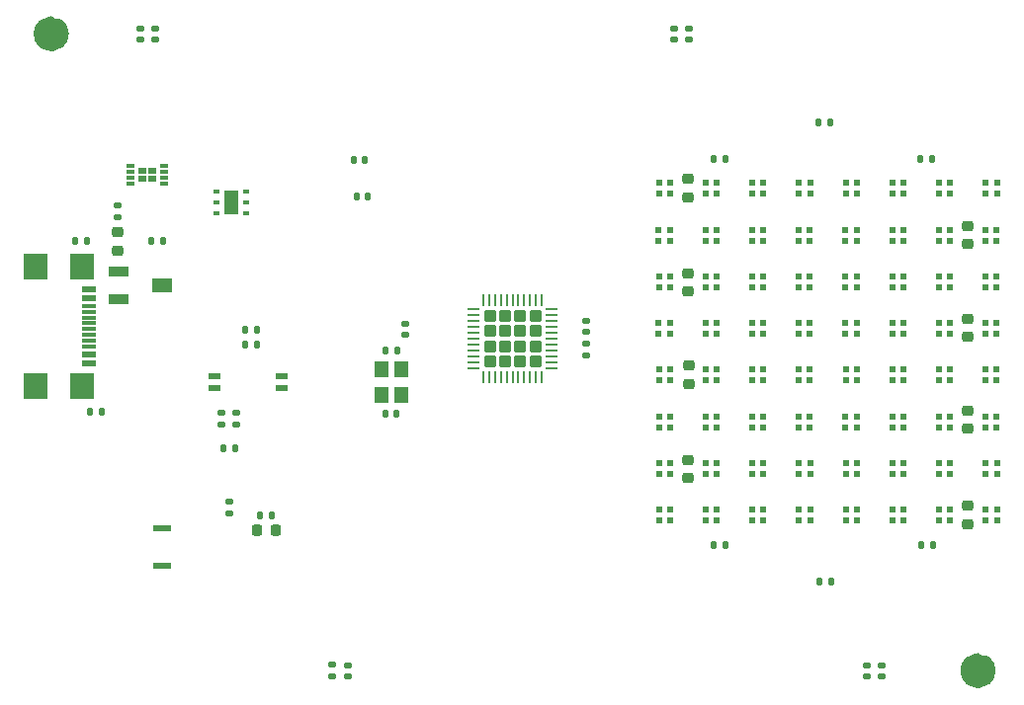
<source format=gbr>
%TF.GenerationSoftware,KiCad,Pcbnew,(6.0.4)*%
%TF.CreationDate,2023-01-10T10:28:08+00:00*%
%TF.ProjectId,il-flatto,696c2d66-6c61-4747-946f-2e6b69636164,rev?*%
%TF.SameCoordinates,Original*%
%TF.FileFunction,Paste,Top*%
%TF.FilePolarity,Positive*%
%FSLAX46Y46*%
G04 Gerber Fmt 4.6, Leading zero omitted, Abs format (unit mm)*
G04 Created by KiCad (PCBNEW (6.0.4)) date 2023-01-10 10:28:08*
%MOMM*%
%LPD*%
G01*
G04 APERTURE LIST*
G04 Aperture macros list*
%AMRoundRect*
0 Rectangle with rounded corners*
0 $1 Rounding radius*
0 $2 $3 $4 $5 $6 $7 $8 $9 X,Y pos of 4 corners*
0 Add a 4 corners polygon primitive as box body*
4,1,4,$2,$3,$4,$5,$6,$7,$8,$9,$2,$3,0*
0 Add four circle primitives for the rounded corners*
1,1,$1+$1,$2,$3*
1,1,$1+$1,$4,$5*
1,1,$1+$1,$6,$7*
1,1,$1+$1,$8,$9*
0 Add four rect primitives between the rounded corners*
20,1,$1+$1,$2,$3,$4,$5,0*
20,1,$1+$1,$4,$5,$6,$7,0*
20,1,$1+$1,$6,$7,$8,$9,0*
20,1,$1+$1,$8,$9,$2,$3,0*%
G04 Aperture macros list end*
%ADD10C,1.505000*%
%ADD11R,0.550000X0.550000*%
%ADD12RoundRect,0.135000X-0.135000X-0.185000X0.135000X-0.185000X0.135000X0.185000X-0.135000X0.185000X0*%
%ADD13RoundRect,0.225000X0.250000X-0.225000X0.250000X0.225000X-0.250000X0.225000X-0.250000X-0.225000X0*%
%ADD14RoundRect,0.140000X-0.170000X0.140000X-0.170000X-0.140000X0.170000X-0.140000X0.170000X0.140000X0*%
%ADD15RoundRect,0.140000X0.140000X0.170000X-0.140000X0.170000X-0.140000X-0.170000X0.140000X-0.170000X0*%
%ADD16R,0.609600X0.406400*%
%ADD17R,1.193800X2.006600*%
%ADD18RoundRect,0.135000X0.135000X0.185000X-0.135000X0.185000X-0.135000X-0.185000X0.135000X-0.185000X0*%
%ADD19RoundRect,0.225000X-0.250000X0.225000X-0.250000X-0.225000X0.250000X-0.225000X0.250000X0.225000X0*%
%ADD20R,1.150000X0.600000*%
%ADD21R,1.150000X0.300000*%
%ADD22R,2.000000X2.180000*%
%ADD23RoundRect,0.140000X0.170000X-0.140000X0.170000X0.140000X-0.170000X0.140000X-0.170000X-0.140000X0*%
%ADD24RoundRect,0.250000X-0.275000X-0.275000X0.275000X-0.275000X0.275000X0.275000X-0.275000X0.275000X0*%
%ADD25RoundRect,0.062500X-0.475000X-0.062500X0.475000X-0.062500X0.475000X0.062500X-0.475000X0.062500X0*%
%ADD26RoundRect,0.062500X-0.062500X-0.475000X0.062500X-0.475000X0.062500X0.475000X-0.062500X0.475000X0*%
%ADD27R,1.500000X0.550000*%
%ADD28RoundRect,0.135000X0.185000X-0.135000X0.185000X0.135000X-0.185000X0.135000X-0.185000X-0.135000X0*%
%ADD29R,1.016000X0.508000*%
%ADD30R,0.710000X0.580000*%
%ADD31R,0.750000X0.300000*%
%ADD32RoundRect,0.140000X-0.140000X-0.170000X0.140000X-0.170000X0.140000X0.170000X-0.140000X0.170000X0*%
%ADD33RoundRect,0.218750X-0.256250X0.218750X-0.256250X-0.218750X0.256250X-0.218750X0.256250X0.218750X0*%
%ADD34R,1.200000X1.400000*%
%ADD35RoundRect,0.218750X-0.218750X-0.256250X0.218750X-0.256250X0.218750X0.256250X-0.218750X0.256250X0*%
%ADD36R,1.752600X0.812800*%
%ADD37R,1.752600X1.193800*%
%ADD38RoundRect,0.135000X-0.185000X0.135000X-0.185000X-0.135000X0.185000X-0.135000X0.185000X0.135000X0*%
G04 APERTURE END LIST*
D10*
X243336903Y-154297527D02*
G75*
G03*
X243336903Y-154297527I-752500J0D01*
G01*
X163953755Y-99691764D02*
G75*
G03*
X163953755Y-99691764I-752500J0D01*
G01*
D11*
%TO.C,D210*%
X235253391Y-137432490D03*
X235253391Y-136482490D03*
X236203391Y-136482490D03*
X236203391Y-137432490D03*
%TD*%
%TO.C,D211*%
X231253391Y-137432490D03*
X231253391Y-136482490D03*
X232203391Y-136482490D03*
X232203391Y-137432490D03*
%TD*%
D12*
%TO.C,R110*%
X229029800Y-146685000D03*
X230049800Y-146685000D03*
%TD*%
D13*
%TO.C,C304*%
X241668014Y-125700419D03*
X241668014Y-124150419D03*
%TD*%
D11*
%TO.C,D232*%
X216193014Y-124492419D03*
X216193014Y-125442419D03*
X215243014Y-125442419D03*
X215243014Y-124492419D03*
%TD*%
%TO.C,D258*%
X235257000Y-113425000D03*
X235257000Y-112475000D03*
X236207000Y-112475000D03*
X236207000Y-113425000D03*
%TD*%
%TO.C,D250*%
X224192614Y-116482082D03*
X224192614Y-117432082D03*
X223242614Y-117432082D03*
X223242614Y-116482082D03*
%TD*%
D14*
%TO.C,C113*%
X187299600Y-153799600D03*
X187299600Y-154759600D03*
%TD*%
D11*
%TO.C,D249*%
X220192614Y-116482082D03*
X220192614Y-117432082D03*
X219242614Y-117432082D03*
X219242614Y-116482082D03*
%TD*%
D12*
%TO.C,R107*%
X219962000Y-110464600D03*
X220982000Y-110464600D03*
%TD*%
D15*
%TO.C,C102*%
X192834200Y-126873000D03*
X191874200Y-126873000D03*
%TD*%
D11*
%TO.C,D261*%
X223257000Y-113425000D03*
X223257000Y-112475000D03*
X224207000Y-112475000D03*
X224207000Y-113425000D03*
%TD*%
%TO.C,D252*%
X232192614Y-116482082D03*
X232192614Y-117432082D03*
X231242614Y-117432082D03*
X231242614Y-116482082D03*
%TD*%
D16*
%TO.C,U102*%
X177355149Y-113220149D03*
X177355149Y-114170150D03*
X177355149Y-115120151D03*
X179895149Y-115120151D03*
X179895149Y-114170150D03*
X179895149Y-113220149D03*
D17*
X178625149Y-114170150D03*
%TD*%
D11*
%TO.C,D227*%
X231247391Y-129428490D03*
X231247391Y-128478490D03*
X232197391Y-128478490D03*
X232197391Y-129428490D03*
%TD*%
D18*
%TO.C,R101*%
X180850000Y-125095000D03*
X179830000Y-125095000D03*
%TD*%
D19*
%TO.C,C303*%
X217784575Y-128155175D03*
X217784575Y-129705175D03*
%TD*%
D11*
%TO.C,D200*%
X216203391Y-140482490D03*
X216203391Y-141432490D03*
X215253391Y-141432490D03*
X215253391Y-140482490D03*
%TD*%
D20*
%TO.C,X101*%
X166408700Y-121564800D03*
X166408700Y-122364800D03*
D21*
X166408700Y-123514800D03*
X166408700Y-124514800D03*
X166408700Y-125014800D03*
X166408700Y-126014800D03*
D20*
X166408700Y-127964800D03*
X166408700Y-127164800D03*
D21*
X166408700Y-126514800D03*
X166408700Y-125514800D03*
X166408700Y-124014800D03*
X166408700Y-123014800D03*
D22*
X165833700Y-119654800D03*
X165833700Y-129874800D03*
X161903700Y-119654800D03*
X161903700Y-129874800D03*
%TD*%
D11*
%TO.C,D221*%
X236194138Y-132486487D03*
X236194138Y-133436487D03*
X235244138Y-133436487D03*
X235244138Y-132486487D03*
%TD*%
D18*
%TO.C,R106*%
X229922800Y-107315000D03*
X228902800Y-107315000D03*
%TD*%
D23*
%TO.C,C108*%
X170815000Y-100175000D03*
X170815000Y-99215000D03*
%TD*%
D24*
%TO.C,U101*%
X203367400Y-126481600D03*
X200767400Y-126481600D03*
X204667400Y-125181600D03*
X202067400Y-126481600D03*
X203367400Y-125181600D03*
X200767400Y-127781600D03*
X203367400Y-123881600D03*
X204667400Y-126481600D03*
X203367400Y-127781600D03*
X204667400Y-123881600D03*
X204667400Y-127781600D03*
X200767400Y-125181600D03*
X202067400Y-127781600D03*
X202067400Y-123881600D03*
X202067400Y-125181600D03*
X200767400Y-123881600D03*
D25*
X199379900Y-123331600D03*
X199379900Y-123831600D03*
X199379900Y-124331600D03*
X199379900Y-124831600D03*
X199379900Y-125331600D03*
X199379900Y-125831600D03*
X199379900Y-126331600D03*
X199379900Y-126831600D03*
X199379900Y-127331600D03*
X199379900Y-127831600D03*
X199379900Y-128331600D03*
D26*
X200217400Y-129169100D03*
X200717400Y-129169100D03*
X201217400Y-129169100D03*
X201717400Y-129169100D03*
X202217400Y-129169100D03*
X202717400Y-129169100D03*
X203217400Y-129169100D03*
X203717400Y-129169100D03*
X204217400Y-129169100D03*
X204717400Y-129169100D03*
X205217400Y-129169100D03*
D25*
X206054900Y-128331600D03*
X206054900Y-127831600D03*
X206054900Y-127331600D03*
X206054900Y-126831600D03*
X206054900Y-126331600D03*
X206054900Y-125831600D03*
X206054900Y-125331600D03*
X206054900Y-124831600D03*
X206054900Y-124331600D03*
X206054900Y-123831600D03*
X206054900Y-123331600D03*
D26*
X205217400Y-122494100D03*
X204717400Y-122494100D03*
X204217400Y-122494100D03*
X203717400Y-122494100D03*
X203217400Y-122494100D03*
X202717400Y-122494100D03*
X202217400Y-122494100D03*
X201717400Y-122494100D03*
X201217400Y-122494100D03*
X200717400Y-122494100D03*
X200217400Y-122494100D03*
%TD*%
D14*
%TO.C,C110*%
X188595000Y-153825000D03*
X188595000Y-154785000D03*
%TD*%
D27*
%TO.C,S102*%
X172720000Y-145313022D03*
X172720000Y-142063022D03*
%TD*%
D12*
%TO.C,R202*%
X166495000Y-132080000D03*
X167515000Y-132080000D03*
%TD*%
D11*
%TO.C,D231*%
X215247391Y-129428490D03*
X215247391Y-128478490D03*
X216197391Y-128478490D03*
X216197391Y-129428490D03*
%TD*%
%TO.C,D206*%
X240203391Y-140482490D03*
X240203391Y-141432490D03*
X239253391Y-141432490D03*
X239253391Y-140482490D03*
%TD*%
%TO.C,D201*%
X220203391Y-140482490D03*
X220203391Y-141432490D03*
X219253391Y-141432490D03*
X219253391Y-140482490D03*
%TD*%
%TO.C,D233*%
X220193014Y-124492419D03*
X220193014Y-125442419D03*
X219243014Y-125442419D03*
X219243014Y-124492419D03*
%TD*%
%TO.C,D253*%
X236192614Y-116482082D03*
X236192614Y-117432082D03*
X235242614Y-117432082D03*
X235242614Y-116482082D03*
%TD*%
%TO.C,D208*%
X243253391Y-137432490D03*
X243253391Y-136482490D03*
X244203391Y-136482490D03*
X244203391Y-137432490D03*
%TD*%
%TO.C,D255*%
X244192614Y-116482082D03*
X244192614Y-117432082D03*
X243242614Y-117432082D03*
X243242614Y-116482082D03*
%TD*%
D23*
%TO.C,C205*%
X209000000Y-127230000D03*
X209000000Y-126270000D03*
%TD*%
D19*
%TO.C,C305*%
X217769457Y-120221189D03*
X217769457Y-121771189D03*
%TD*%
D23*
%TO.C,C107*%
X217840000Y-100175000D03*
X217840000Y-99215000D03*
%TD*%
D11*
%TO.C,D254*%
X240192614Y-116482082D03*
X240192614Y-117432082D03*
X239242614Y-117432082D03*
X239242614Y-116482082D03*
%TD*%
%TO.C,D251*%
X228192614Y-116482082D03*
X228192614Y-117432082D03*
X227242614Y-117432082D03*
X227242614Y-116482082D03*
%TD*%
%TO.C,D228*%
X227247391Y-129428490D03*
X227247391Y-128478490D03*
X228197391Y-128478490D03*
X228197391Y-129428490D03*
%TD*%
%TO.C,D212*%
X227253391Y-137432490D03*
X227253391Y-136482490D03*
X228203391Y-136482490D03*
X228203391Y-137432490D03*
%TD*%
%TO.C,D244*%
X227244457Y-121429189D03*
X227244457Y-120479189D03*
X228194457Y-120479189D03*
X228194457Y-121429189D03*
%TD*%
%TO.C,D263*%
X215257000Y-113425000D03*
X215257000Y-112475000D03*
X216207000Y-112475000D03*
X216207000Y-113425000D03*
%TD*%
%TO.C,D204*%
X232203391Y-140482490D03*
X232203391Y-141432490D03*
X231253391Y-141432490D03*
X231253391Y-140482490D03*
%TD*%
%TO.C,D219*%
X228194138Y-132486487D03*
X228194138Y-133436487D03*
X227244138Y-133436487D03*
X227244138Y-132486487D03*
%TD*%
D14*
%TO.C,C109*%
X234315000Y-153825000D03*
X234315000Y-154785000D03*
%TD*%
D11*
%TO.C,D218*%
X224194138Y-132486487D03*
X224194138Y-133436487D03*
X223244138Y-133436487D03*
X223244138Y-132486487D03*
%TD*%
%TO.C,D225*%
X239247391Y-129428490D03*
X239247391Y-128478490D03*
X240197391Y-128478490D03*
X240197391Y-129428490D03*
%TD*%
%TO.C,D238*%
X240193014Y-124492419D03*
X240193014Y-125442419D03*
X239243014Y-125442419D03*
X239243014Y-124492419D03*
%TD*%
%TO.C,D241*%
X239244457Y-121429189D03*
X239244457Y-120479189D03*
X240194457Y-120479189D03*
X240194457Y-121429189D03*
%TD*%
%TO.C,D246*%
X219244457Y-121429189D03*
X219244457Y-120479189D03*
X220194457Y-120479189D03*
X220194457Y-121429189D03*
%TD*%
D28*
%TO.C,R203*%
X177800000Y-133225000D03*
X177800000Y-132205000D03*
%TD*%
D19*
%TO.C,C307*%
X217782000Y-112133000D03*
X217782000Y-113683000D03*
%TD*%
D23*
%TO.C,C111*%
X216570000Y-100175000D03*
X216570000Y-99215000D03*
%TD*%
D15*
%TO.C,C101*%
X192758000Y-132283200D03*
X191798000Y-132283200D03*
%TD*%
D11*
%TO.C,D224*%
X243247391Y-129428490D03*
X243247391Y-128478490D03*
X244197391Y-128478490D03*
X244197391Y-129428490D03*
%TD*%
D13*
%TO.C,C306*%
X241667614Y-117690082D03*
X241667614Y-116140082D03*
%TD*%
D28*
%TO.C,R204*%
X179070000Y-133225000D03*
X179070000Y-132205000D03*
%TD*%
D11*
%TO.C,D262*%
X219257000Y-113425000D03*
X219257000Y-112475000D03*
X220207000Y-112475000D03*
X220207000Y-113425000D03*
%TD*%
D12*
%TO.C,R111*%
X219962000Y-143510000D03*
X220982000Y-143510000D03*
%TD*%
D11*
%TO.C,D240*%
X243244457Y-121429189D03*
X243244457Y-120479189D03*
X244194457Y-120479189D03*
X244194457Y-121429189D03*
%TD*%
D15*
%TO.C,C106*%
X190345000Y-113665000D03*
X189385000Y-113665000D03*
%TD*%
D11*
%TO.C,D229*%
X223247391Y-129428490D03*
X223247391Y-128478490D03*
X224197391Y-128478490D03*
X224197391Y-129428490D03*
%TD*%
D15*
%TO.C,C105*%
X190075000Y-110500000D03*
X189115000Y-110500000D03*
%TD*%
D28*
%TO.C,R112*%
X168910000Y-115445000D03*
X168910000Y-114425000D03*
%TD*%
D29*
%TO.C,S103*%
X182980200Y-129040001D03*
X177189000Y-129040001D03*
X182980200Y-130039999D03*
X177189000Y-130039999D03*
%TD*%
D18*
%TO.C,R109*%
X238685800Y-110464600D03*
X237665800Y-110464600D03*
%TD*%
D23*
%TO.C,C112*%
X172110400Y-100175000D03*
X172110400Y-99215000D03*
%TD*%
D11*
%TO.C,D245*%
X223244457Y-121429189D03*
X223244457Y-120479189D03*
X224194457Y-120479189D03*
X224194457Y-121429189D03*
%TD*%
D30*
%TO.C,U103*%
X171887500Y-112122500D03*
X171012500Y-111397500D03*
X171012500Y-112122500D03*
X171887500Y-111397500D03*
D31*
X172900000Y-112510000D03*
X172900000Y-112010000D03*
X172900000Y-111510000D03*
X172900000Y-111010000D03*
X170000000Y-111010000D03*
X170000000Y-111510000D03*
X170000000Y-112010000D03*
X170000000Y-112510000D03*
%TD*%
D11*
%TO.C,D215*%
X215253391Y-137432490D03*
X215253391Y-136482490D03*
X216203391Y-136482490D03*
X216203391Y-137432490D03*
%TD*%
D18*
%TO.C,R103*%
X178945000Y-135255000D03*
X177925000Y-135255000D03*
%TD*%
D12*
%TO.C,R108*%
X237742000Y-143510000D03*
X238762000Y-143510000D03*
%TD*%
D14*
%TO.C,C103*%
X193497200Y-124564200D03*
X193497200Y-125524200D03*
%TD*%
D32*
%TO.C,C104*%
X171808200Y-117475000D03*
X172768200Y-117475000D03*
%TD*%
D11*
%TO.C,D226*%
X235247391Y-129428490D03*
X235247391Y-128478490D03*
X236197391Y-128478490D03*
X236197391Y-129428490D03*
%TD*%
%TO.C,D213*%
X223253391Y-137432490D03*
X223253391Y-136482490D03*
X224203391Y-136482490D03*
X224203391Y-137432490D03*
%TD*%
%TO.C,D239*%
X244193014Y-124492419D03*
X244193014Y-125442419D03*
X243243014Y-125442419D03*
X243243014Y-124492419D03*
%TD*%
D33*
%TO.C,D102*%
X168910000Y-116687500D03*
X168910000Y-118262500D03*
%TD*%
D11*
%TO.C,D202*%
X224203391Y-140482490D03*
X224203391Y-141432490D03*
X223253391Y-141432490D03*
X223253391Y-140482490D03*
%TD*%
%TO.C,D248*%
X216192614Y-116482082D03*
X216192614Y-117432082D03*
X215242614Y-117432082D03*
X215242614Y-116482082D03*
%TD*%
%TO.C,D257*%
X239257000Y-113425000D03*
X239257000Y-112475000D03*
X240207000Y-112475000D03*
X240207000Y-113425000D03*
%TD*%
D34*
%TO.C,Q101*%
X193178800Y-130665400D03*
X193178800Y-128465400D03*
X191478800Y-128465400D03*
X191478800Y-130665400D03*
%TD*%
D11*
%TO.C,D230*%
X219247391Y-129428490D03*
X219247391Y-128478490D03*
X220197391Y-128478490D03*
X220197391Y-129428490D03*
%TD*%
%TO.C,D220*%
X232194138Y-132486487D03*
X232194138Y-133436487D03*
X231244138Y-133436487D03*
X231244138Y-132486487D03*
%TD*%
%TO.C,D222*%
X240194138Y-132486487D03*
X240194138Y-133436487D03*
X239244138Y-133436487D03*
X239244138Y-132486487D03*
%TD*%
%TO.C,D243*%
X231244457Y-121429189D03*
X231244457Y-120479189D03*
X232194457Y-120479189D03*
X232194457Y-121429189D03*
%TD*%
D13*
%TO.C,C302*%
X241669138Y-133568487D03*
X241669138Y-132018487D03*
%TD*%
D11*
%TO.C,D205*%
X236203391Y-140482490D03*
X236203391Y-141432490D03*
X235253391Y-141432490D03*
X235253391Y-140482490D03*
%TD*%
%TO.C,D207*%
X244203391Y-140482490D03*
X244203391Y-141432490D03*
X243253391Y-141432490D03*
X243253391Y-140482490D03*
%TD*%
D19*
%TO.C,C301*%
X217778391Y-136224490D03*
X217778391Y-137774490D03*
%TD*%
D11*
%TO.C,D223*%
X244194138Y-132486487D03*
X244194138Y-133436487D03*
X243244138Y-133436487D03*
X243244138Y-132486487D03*
%TD*%
D12*
%TO.C,R201*%
X165225000Y-117475000D03*
X166245000Y-117475000D03*
%TD*%
D11*
%TO.C,D235*%
X228193014Y-124492419D03*
X228193014Y-125442419D03*
X227243014Y-125442419D03*
X227243014Y-124492419D03*
%TD*%
%TO.C,D260*%
X227257000Y-113425000D03*
X227257000Y-112475000D03*
X228207000Y-112475000D03*
X228207000Y-113425000D03*
%TD*%
%TO.C,D209*%
X239253391Y-137432490D03*
X239253391Y-136482490D03*
X240203391Y-136482490D03*
X240203391Y-137432490D03*
%TD*%
D12*
%TO.C,R104*%
X181100000Y-140970000D03*
X182120000Y-140970000D03*
%TD*%
D11*
%TO.C,D256*%
X243257000Y-113425000D03*
X243257000Y-112475000D03*
X244207000Y-112475000D03*
X244207000Y-113425000D03*
%TD*%
D13*
%TO.C,C300*%
X241678391Y-141732490D03*
X241678391Y-140182490D03*
%TD*%
D11*
%TO.C,D247*%
X215244457Y-121429189D03*
X215244457Y-120479189D03*
X216194457Y-120479189D03*
X216194457Y-121429189D03*
%TD*%
D14*
%TO.C,C114*%
X233045000Y-153825000D03*
X233045000Y-154785000D03*
%TD*%
D11*
%TO.C,D236*%
X232193014Y-124492419D03*
X232193014Y-125442419D03*
X231243014Y-125442419D03*
X231243014Y-124492419D03*
%TD*%
D12*
%TO.C,R102*%
X179830000Y-126365000D03*
X180850000Y-126365000D03*
%TD*%
D11*
%TO.C,D242*%
X235244457Y-121429189D03*
X235244457Y-120479189D03*
X236194457Y-120479189D03*
X236194457Y-121429189D03*
%TD*%
%TO.C,D237*%
X236193014Y-124492419D03*
X236193014Y-125442419D03*
X235243014Y-125442419D03*
X235243014Y-124492419D03*
%TD*%
%TO.C,D216*%
X216194138Y-132486487D03*
X216194138Y-133436487D03*
X215244138Y-133436487D03*
X215244138Y-132486487D03*
%TD*%
%TO.C,D214*%
X219253391Y-137432490D03*
X219253391Y-136482490D03*
X220203391Y-136482490D03*
X220203391Y-137432490D03*
%TD*%
D35*
%TO.C,D101*%
X180822500Y-142240000D03*
X182397500Y-142240000D03*
%TD*%
D11*
%TO.C,D203*%
X228203391Y-140482490D03*
X228203391Y-141432490D03*
X227253391Y-141432490D03*
X227253391Y-140482490D03*
%TD*%
%TO.C,D259*%
X231257000Y-113425000D03*
X231257000Y-112475000D03*
X232207000Y-112475000D03*
X232207000Y-113425000D03*
%TD*%
D14*
%TO.C,C206*%
X209000000Y-124270000D03*
X209000000Y-125230000D03*
%TD*%
D36*
%TO.C,S101*%
X168935400Y-120110250D03*
D37*
X172694600Y-121285000D03*
D36*
X168935400Y-122459750D03*
%TD*%
D38*
%TO.C,R105*%
X178435000Y-139825000D03*
X178435000Y-140845000D03*
%TD*%
D11*
%TO.C,D234*%
X224193014Y-124492419D03*
X224193014Y-125442419D03*
X223243014Y-125442419D03*
X223243014Y-124492419D03*
%TD*%
%TO.C,D217*%
X220194138Y-132486487D03*
X220194138Y-133436487D03*
X219244138Y-133436487D03*
X219244138Y-132486487D03*
%TD*%
M02*

</source>
